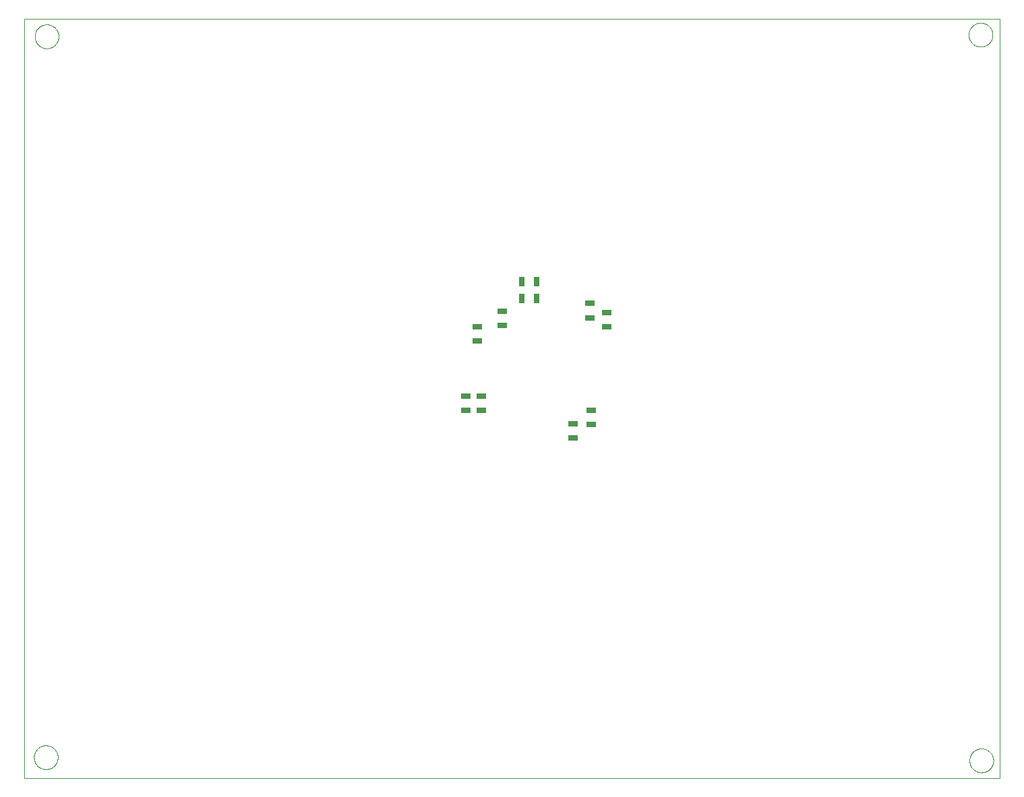
<source format=gbp>
G75*
%MOIN*%
%OFA0B0*%
%FSLAX25Y25*%
%IPPOS*%
%LPD*%
%AMOC8*
5,1,8,0,0,1.08239X$1,22.5*
%
%ADD10C,0.00000*%
%ADD11R,0.04724X0.03150*%
%ADD12R,0.03150X0.04724*%
D10*
X0083333Y0083740D02*
X0083333Y0459331D01*
X0565617Y0459331D01*
X0565617Y0083740D01*
X0083333Y0083740D01*
X0088057Y0093976D02*
X0088059Y0094129D01*
X0088065Y0094283D01*
X0088075Y0094436D01*
X0088089Y0094588D01*
X0088107Y0094741D01*
X0088129Y0094892D01*
X0088154Y0095043D01*
X0088184Y0095194D01*
X0088218Y0095344D01*
X0088255Y0095492D01*
X0088296Y0095640D01*
X0088341Y0095786D01*
X0088390Y0095932D01*
X0088443Y0096076D01*
X0088499Y0096218D01*
X0088559Y0096359D01*
X0088623Y0096499D01*
X0088690Y0096637D01*
X0088761Y0096773D01*
X0088836Y0096907D01*
X0088913Y0097039D01*
X0088995Y0097169D01*
X0089079Y0097297D01*
X0089167Y0097423D01*
X0089258Y0097546D01*
X0089352Y0097667D01*
X0089450Y0097785D01*
X0089550Y0097901D01*
X0089654Y0098014D01*
X0089760Y0098125D01*
X0089869Y0098233D01*
X0089981Y0098338D01*
X0090095Y0098439D01*
X0090213Y0098538D01*
X0090332Y0098634D01*
X0090454Y0098727D01*
X0090579Y0098816D01*
X0090706Y0098903D01*
X0090835Y0098985D01*
X0090966Y0099065D01*
X0091099Y0099141D01*
X0091234Y0099214D01*
X0091371Y0099283D01*
X0091510Y0099348D01*
X0091650Y0099410D01*
X0091792Y0099468D01*
X0091935Y0099523D01*
X0092080Y0099574D01*
X0092226Y0099621D01*
X0092373Y0099664D01*
X0092521Y0099703D01*
X0092670Y0099739D01*
X0092820Y0099770D01*
X0092971Y0099798D01*
X0093122Y0099822D01*
X0093275Y0099842D01*
X0093427Y0099858D01*
X0093580Y0099870D01*
X0093733Y0099878D01*
X0093886Y0099882D01*
X0094040Y0099882D01*
X0094193Y0099878D01*
X0094346Y0099870D01*
X0094499Y0099858D01*
X0094651Y0099842D01*
X0094804Y0099822D01*
X0094955Y0099798D01*
X0095106Y0099770D01*
X0095256Y0099739D01*
X0095405Y0099703D01*
X0095553Y0099664D01*
X0095700Y0099621D01*
X0095846Y0099574D01*
X0095991Y0099523D01*
X0096134Y0099468D01*
X0096276Y0099410D01*
X0096416Y0099348D01*
X0096555Y0099283D01*
X0096692Y0099214D01*
X0096827Y0099141D01*
X0096960Y0099065D01*
X0097091Y0098985D01*
X0097220Y0098903D01*
X0097347Y0098816D01*
X0097472Y0098727D01*
X0097594Y0098634D01*
X0097713Y0098538D01*
X0097831Y0098439D01*
X0097945Y0098338D01*
X0098057Y0098233D01*
X0098166Y0098125D01*
X0098272Y0098014D01*
X0098376Y0097901D01*
X0098476Y0097785D01*
X0098574Y0097667D01*
X0098668Y0097546D01*
X0098759Y0097423D01*
X0098847Y0097297D01*
X0098931Y0097169D01*
X0099013Y0097039D01*
X0099090Y0096907D01*
X0099165Y0096773D01*
X0099236Y0096637D01*
X0099303Y0096499D01*
X0099367Y0096359D01*
X0099427Y0096218D01*
X0099483Y0096076D01*
X0099536Y0095932D01*
X0099585Y0095786D01*
X0099630Y0095640D01*
X0099671Y0095492D01*
X0099708Y0095344D01*
X0099742Y0095194D01*
X0099772Y0095043D01*
X0099797Y0094892D01*
X0099819Y0094741D01*
X0099837Y0094588D01*
X0099851Y0094436D01*
X0099861Y0094283D01*
X0099867Y0094129D01*
X0099869Y0093976D01*
X0099867Y0093823D01*
X0099861Y0093669D01*
X0099851Y0093516D01*
X0099837Y0093364D01*
X0099819Y0093211D01*
X0099797Y0093060D01*
X0099772Y0092909D01*
X0099742Y0092758D01*
X0099708Y0092608D01*
X0099671Y0092460D01*
X0099630Y0092312D01*
X0099585Y0092166D01*
X0099536Y0092020D01*
X0099483Y0091876D01*
X0099427Y0091734D01*
X0099367Y0091593D01*
X0099303Y0091453D01*
X0099236Y0091315D01*
X0099165Y0091179D01*
X0099090Y0091045D01*
X0099013Y0090913D01*
X0098931Y0090783D01*
X0098847Y0090655D01*
X0098759Y0090529D01*
X0098668Y0090406D01*
X0098574Y0090285D01*
X0098476Y0090167D01*
X0098376Y0090051D01*
X0098272Y0089938D01*
X0098166Y0089827D01*
X0098057Y0089719D01*
X0097945Y0089614D01*
X0097831Y0089513D01*
X0097713Y0089414D01*
X0097594Y0089318D01*
X0097472Y0089225D01*
X0097347Y0089136D01*
X0097220Y0089049D01*
X0097091Y0088967D01*
X0096960Y0088887D01*
X0096827Y0088811D01*
X0096692Y0088738D01*
X0096555Y0088669D01*
X0096416Y0088604D01*
X0096276Y0088542D01*
X0096134Y0088484D01*
X0095991Y0088429D01*
X0095846Y0088378D01*
X0095700Y0088331D01*
X0095553Y0088288D01*
X0095405Y0088249D01*
X0095256Y0088213D01*
X0095106Y0088182D01*
X0094955Y0088154D01*
X0094804Y0088130D01*
X0094651Y0088110D01*
X0094499Y0088094D01*
X0094346Y0088082D01*
X0094193Y0088074D01*
X0094040Y0088070D01*
X0093886Y0088070D01*
X0093733Y0088074D01*
X0093580Y0088082D01*
X0093427Y0088094D01*
X0093275Y0088110D01*
X0093122Y0088130D01*
X0092971Y0088154D01*
X0092820Y0088182D01*
X0092670Y0088213D01*
X0092521Y0088249D01*
X0092373Y0088288D01*
X0092226Y0088331D01*
X0092080Y0088378D01*
X0091935Y0088429D01*
X0091792Y0088484D01*
X0091650Y0088542D01*
X0091510Y0088604D01*
X0091371Y0088669D01*
X0091234Y0088738D01*
X0091099Y0088811D01*
X0090966Y0088887D01*
X0090835Y0088967D01*
X0090706Y0089049D01*
X0090579Y0089136D01*
X0090454Y0089225D01*
X0090332Y0089318D01*
X0090213Y0089414D01*
X0090095Y0089513D01*
X0089981Y0089614D01*
X0089869Y0089719D01*
X0089760Y0089827D01*
X0089654Y0089938D01*
X0089550Y0090051D01*
X0089450Y0090167D01*
X0089352Y0090285D01*
X0089258Y0090406D01*
X0089167Y0090529D01*
X0089079Y0090655D01*
X0088995Y0090783D01*
X0088913Y0090913D01*
X0088836Y0091045D01*
X0088761Y0091179D01*
X0088690Y0091315D01*
X0088623Y0091453D01*
X0088559Y0091593D01*
X0088499Y0091734D01*
X0088443Y0091876D01*
X0088390Y0092020D01*
X0088341Y0092166D01*
X0088296Y0092312D01*
X0088255Y0092460D01*
X0088218Y0092608D01*
X0088184Y0092758D01*
X0088154Y0092909D01*
X0088129Y0093060D01*
X0088107Y0093211D01*
X0088089Y0093364D01*
X0088075Y0093516D01*
X0088065Y0093669D01*
X0088059Y0093823D01*
X0088057Y0093976D01*
X0088451Y0450669D02*
X0088453Y0450822D01*
X0088459Y0450976D01*
X0088469Y0451129D01*
X0088483Y0451281D01*
X0088501Y0451434D01*
X0088523Y0451585D01*
X0088548Y0451736D01*
X0088578Y0451887D01*
X0088612Y0452037D01*
X0088649Y0452185D01*
X0088690Y0452333D01*
X0088735Y0452479D01*
X0088784Y0452625D01*
X0088837Y0452769D01*
X0088893Y0452911D01*
X0088953Y0453052D01*
X0089017Y0453192D01*
X0089084Y0453330D01*
X0089155Y0453466D01*
X0089230Y0453600D01*
X0089307Y0453732D01*
X0089389Y0453862D01*
X0089473Y0453990D01*
X0089561Y0454116D01*
X0089652Y0454239D01*
X0089746Y0454360D01*
X0089844Y0454478D01*
X0089944Y0454594D01*
X0090048Y0454707D01*
X0090154Y0454818D01*
X0090263Y0454926D01*
X0090375Y0455031D01*
X0090489Y0455132D01*
X0090607Y0455231D01*
X0090726Y0455327D01*
X0090848Y0455420D01*
X0090973Y0455509D01*
X0091100Y0455596D01*
X0091229Y0455678D01*
X0091360Y0455758D01*
X0091493Y0455834D01*
X0091628Y0455907D01*
X0091765Y0455976D01*
X0091904Y0456041D01*
X0092044Y0456103D01*
X0092186Y0456161D01*
X0092329Y0456216D01*
X0092474Y0456267D01*
X0092620Y0456314D01*
X0092767Y0456357D01*
X0092915Y0456396D01*
X0093064Y0456432D01*
X0093214Y0456463D01*
X0093365Y0456491D01*
X0093516Y0456515D01*
X0093669Y0456535D01*
X0093821Y0456551D01*
X0093974Y0456563D01*
X0094127Y0456571D01*
X0094280Y0456575D01*
X0094434Y0456575D01*
X0094587Y0456571D01*
X0094740Y0456563D01*
X0094893Y0456551D01*
X0095045Y0456535D01*
X0095198Y0456515D01*
X0095349Y0456491D01*
X0095500Y0456463D01*
X0095650Y0456432D01*
X0095799Y0456396D01*
X0095947Y0456357D01*
X0096094Y0456314D01*
X0096240Y0456267D01*
X0096385Y0456216D01*
X0096528Y0456161D01*
X0096670Y0456103D01*
X0096810Y0456041D01*
X0096949Y0455976D01*
X0097086Y0455907D01*
X0097221Y0455834D01*
X0097354Y0455758D01*
X0097485Y0455678D01*
X0097614Y0455596D01*
X0097741Y0455509D01*
X0097866Y0455420D01*
X0097988Y0455327D01*
X0098107Y0455231D01*
X0098225Y0455132D01*
X0098339Y0455031D01*
X0098451Y0454926D01*
X0098560Y0454818D01*
X0098666Y0454707D01*
X0098770Y0454594D01*
X0098870Y0454478D01*
X0098968Y0454360D01*
X0099062Y0454239D01*
X0099153Y0454116D01*
X0099241Y0453990D01*
X0099325Y0453862D01*
X0099407Y0453732D01*
X0099484Y0453600D01*
X0099559Y0453466D01*
X0099630Y0453330D01*
X0099697Y0453192D01*
X0099761Y0453052D01*
X0099821Y0452911D01*
X0099877Y0452769D01*
X0099930Y0452625D01*
X0099979Y0452479D01*
X0100024Y0452333D01*
X0100065Y0452185D01*
X0100102Y0452037D01*
X0100136Y0451887D01*
X0100166Y0451736D01*
X0100191Y0451585D01*
X0100213Y0451434D01*
X0100231Y0451281D01*
X0100245Y0451129D01*
X0100255Y0450976D01*
X0100261Y0450822D01*
X0100263Y0450669D01*
X0100261Y0450516D01*
X0100255Y0450362D01*
X0100245Y0450209D01*
X0100231Y0450057D01*
X0100213Y0449904D01*
X0100191Y0449753D01*
X0100166Y0449602D01*
X0100136Y0449451D01*
X0100102Y0449301D01*
X0100065Y0449153D01*
X0100024Y0449005D01*
X0099979Y0448859D01*
X0099930Y0448713D01*
X0099877Y0448569D01*
X0099821Y0448427D01*
X0099761Y0448286D01*
X0099697Y0448146D01*
X0099630Y0448008D01*
X0099559Y0447872D01*
X0099484Y0447738D01*
X0099407Y0447606D01*
X0099325Y0447476D01*
X0099241Y0447348D01*
X0099153Y0447222D01*
X0099062Y0447099D01*
X0098968Y0446978D01*
X0098870Y0446860D01*
X0098770Y0446744D01*
X0098666Y0446631D01*
X0098560Y0446520D01*
X0098451Y0446412D01*
X0098339Y0446307D01*
X0098225Y0446206D01*
X0098107Y0446107D01*
X0097988Y0446011D01*
X0097866Y0445918D01*
X0097741Y0445829D01*
X0097614Y0445742D01*
X0097485Y0445660D01*
X0097354Y0445580D01*
X0097221Y0445504D01*
X0097086Y0445431D01*
X0096949Y0445362D01*
X0096810Y0445297D01*
X0096670Y0445235D01*
X0096528Y0445177D01*
X0096385Y0445122D01*
X0096240Y0445071D01*
X0096094Y0445024D01*
X0095947Y0444981D01*
X0095799Y0444942D01*
X0095650Y0444906D01*
X0095500Y0444875D01*
X0095349Y0444847D01*
X0095198Y0444823D01*
X0095045Y0444803D01*
X0094893Y0444787D01*
X0094740Y0444775D01*
X0094587Y0444767D01*
X0094434Y0444763D01*
X0094280Y0444763D01*
X0094127Y0444767D01*
X0093974Y0444775D01*
X0093821Y0444787D01*
X0093669Y0444803D01*
X0093516Y0444823D01*
X0093365Y0444847D01*
X0093214Y0444875D01*
X0093064Y0444906D01*
X0092915Y0444942D01*
X0092767Y0444981D01*
X0092620Y0445024D01*
X0092474Y0445071D01*
X0092329Y0445122D01*
X0092186Y0445177D01*
X0092044Y0445235D01*
X0091904Y0445297D01*
X0091765Y0445362D01*
X0091628Y0445431D01*
X0091493Y0445504D01*
X0091360Y0445580D01*
X0091229Y0445660D01*
X0091100Y0445742D01*
X0090973Y0445829D01*
X0090848Y0445918D01*
X0090726Y0446011D01*
X0090607Y0446107D01*
X0090489Y0446206D01*
X0090375Y0446307D01*
X0090263Y0446412D01*
X0090154Y0446520D01*
X0090048Y0446631D01*
X0089944Y0446744D01*
X0089844Y0446860D01*
X0089746Y0446978D01*
X0089652Y0447099D01*
X0089561Y0447222D01*
X0089473Y0447348D01*
X0089389Y0447476D01*
X0089307Y0447606D01*
X0089230Y0447738D01*
X0089155Y0447872D01*
X0089084Y0448008D01*
X0089017Y0448146D01*
X0088953Y0448286D01*
X0088893Y0448427D01*
X0088837Y0448569D01*
X0088784Y0448713D01*
X0088735Y0448859D01*
X0088690Y0449005D01*
X0088649Y0449153D01*
X0088612Y0449301D01*
X0088578Y0449451D01*
X0088548Y0449602D01*
X0088523Y0449753D01*
X0088501Y0449904D01*
X0088483Y0450057D01*
X0088469Y0450209D01*
X0088459Y0450362D01*
X0088453Y0450516D01*
X0088451Y0450669D01*
X0550262Y0451457D02*
X0550264Y0451610D01*
X0550270Y0451764D01*
X0550280Y0451917D01*
X0550294Y0452069D01*
X0550312Y0452222D01*
X0550334Y0452373D01*
X0550359Y0452524D01*
X0550389Y0452675D01*
X0550423Y0452825D01*
X0550460Y0452973D01*
X0550501Y0453121D01*
X0550546Y0453267D01*
X0550595Y0453413D01*
X0550648Y0453557D01*
X0550704Y0453699D01*
X0550764Y0453840D01*
X0550828Y0453980D01*
X0550895Y0454118D01*
X0550966Y0454254D01*
X0551041Y0454388D01*
X0551118Y0454520D01*
X0551200Y0454650D01*
X0551284Y0454778D01*
X0551372Y0454904D01*
X0551463Y0455027D01*
X0551557Y0455148D01*
X0551655Y0455266D01*
X0551755Y0455382D01*
X0551859Y0455495D01*
X0551965Y0455606D01*
X0552074Y0455714D01*
X0552186Y0455819D01*
X0552300Y0455920D01*
X0552418Y0456019D01*
X0552537Y0456115D01*
X0552659Y0456208D01*
X0552784Y0456297D01*
X0552911Y0456384D01*
X0553040Y0456466D01*
X0553171Y0456546D01*
X0553304Y0456622D01*
X0553439Y0456695D01*
X0553576Y0456764D01*
X0553715Y0456829D01*
X0553855Y0456891D01*
X0553997Y0456949D01*
X0554140Y0457004D01*
X0554285Y0457055D01*
X0554431Y0457102D01*
X0554578Y0457145D01*
X0554726Y0457184D01*
X0554875Y0457220D01*
X0555025Y0457251D01*
X0555176Y0457279D01*
X0555327Y0457303D01*
X0555480Y0457323D01*
X0555632Y0457339D01*
X0555785Y0457351D01*
X0555938Y0457359D01*
X0556091Y0457363D01*
X0556245Y0457363D01*
X0556398Y0457359D01*
X0556551Y0457351D01*
X0556704Y0457339D01*
X0556856Y0457323D01*
X0557009Y0457303D01*
X0557160Y0457279D01*
X0557311Y0457251D01*
X0557461Y0457220D01*
X0557610Y0457184D01*
X0557758Y0457145D01*
X0557905Y0457102D01*
X0558051Y0457055D01*
X0558196Y0457004D01*
X0558339Y0456949D01*
X0558481Y0456891D01*
X0558621Y0456829D01*
X0558760Y0456764D01*
X0558897Y0456695D01*
X0559032Y0456622D01*
X0559165Y0456546D01*
X0559296Y0456466D01*
X0559425Y0456384D01*
X0559552Y0456297D01*
X0559677Y0456208D01*
X0559799Y0456115D01*
X0559918Y0456019D01*
X0560036Y0455920D01*
X0560150Y0455819D01*
X0560262Y0455714D01*
X0560371Y0455606D01*
X0560477Y0455495D01*
X0560581Y0455382D01*
X0560681Y0455266D01*
X0560779Y0455148D01*
X0560873Y0455027D01*
X0560964Y0454904D01*
X0561052Y0454778D01*
X0561136Y0454650D01*
X0561218Y0454520D01*
X0561295Y0454388D01*
X0561370Y0454254D01*
X0561441Y0454118D01*
X0561508Y0453980D01*
X0561572Y0453840D01*
X0561632Y0453699D01*
X0561688Y0453557D01*
X0561741Y0453413D01*
X0561790Y0453267D01*
X0561835Y0453121D01*
X0561876Y0452973D01*
X0561913Y0452825D01*
X0561947Y0452675D01*
X0561977Y0452524D01*
X0562002Y0452373D01*
X0562024Y0452222D01*
X0562042Y0452069D01*
X0562056Y0451917D01*
X0562066Y0451764D01*
X0562072Y0451610D01*
X0562074Y0451457D01*
X0562072Y0451304D01*
X0562066Y0451150D01*
X0562056Y0450997D01*
X0562042Y0450845D01*
X0562024Y0450692D01*
X0562002Y0450541D01*
X0561977Y0450390D01*
X0561947Y0450239D01*
X0561913Y0450089D01*
X0561876Y0449941D01*
X0561835Y0449793D01*
X0561790Y0449647D01*
X0561741Y0449501D01*
X0561688Y0449357D01*
X0561632Y0449215D01*
X0561572Y0449074D01*
X0561508Y0448934D01*
X0561441Y0448796D01*
X0561370Y0448660D01*
X0561295Y0448526D01*
X0561218Y0448394D01*
X0561136Y0448264D01*
X0561052Y0448136D01*
X0560964Y0448010D01*
X0560873Y0447887D01*
X0560779Y0447766D01*
X0560681Y0447648D01*
X0560581Y0447532D01*
X0560477Y0447419D01*
X0560371Y0447308D01*
X0560262Y0447200D01*
X0560150Y0447095D01*
X0560036Y0446994D01*
X0559918Y0446895D01*
X0559799Y0446799D01*
X0559677Y0446706D01*
X0559552Y0446617D01*
X0559425Y0446530D01*
X0559296Y0446448D01*
X0559165Y0446368D01*
X0559032Y0446292D01*
X0558897Y0446219D01*
X0558760Y0446150D01*
X0558621Y0446085D01*
X0558481Y0446023D01*
X0558339Y0445965D01*
X0558196Y0445910D01*
X0558051Y0445859D01*
X0557905Y0445812D01*
X0557758Y0445769D01*
X0557610Y0445730D01*
X0557461Y0445694D01*
X0557311Y0445663D01*
X0557160Y0445635D01*
X0557009Y0445611D01*
X0556856Y0445591D01*
X0556704Y0445575D01*
X0556551Y0445563D01*
X0556398Y0445555D01*
X0556245Y0445551D01*
X0556091Y0445551D01*
X0555938Y0445555D01*
X0555785Y0445563D01*
X0555632Y0445575D01*
X0555480Y0445591D01*
X0555327Y0445611D01*
X0555176Y0445635D01*
X0555025Y0445663D01*
X0554875Y0445694D01*
X0554726Y0445730D01*
X0554578Y0445769D01*
X0554431Y0445812D01*
X0554285Y0445859D01*
X0554140Y0445910D01*
X0553997Y0445965D01*
X0553855Y0446023D01*
X0553715Y0446085D01*
X0553576Y0446150D01*
X0553439Y0446219D01*
X0553304Y0446292D01*
X0553171Y0446368D01*
X0553040Y0446448D01*
X0552911Y0446530D01*
X0552784Y0446617D01*
X0552659Y0446706D01*
X0552537Y0446799D01*
X0552418Y0446895D01*
X0552300Y0446994D01*
X0552186Y0447095D01*
X0552074Y0447200D01*
X0551965Y0447308D01*
X0551859Y0447419D01*
X0551755Y0447532D01*
X0551655Y0447648D01*
X0551557Y0447766D01*
X0551463Y0447887D01*
X0551372Y0448010D01*
X0551284Y0448136D01*
X0551200Y0448264D01*
X0551118Y0448394D01*
X0551041Y0448526D01*
X0550966Y0448660D01*
X0550895Y0448796D01*
X0550828Y0448934D01*
X0550764Y0449074D01*
X0550704Y0449215D01*
X0550648Y0449357D01*
X0550595Y0449501D01*
X0550546Y0449647D01*
X0550501Y0449793D01*
X0550460Y0449941D01*
X0550423Y0450089D01*
X0550389Y0450239D01*
X0550359Y0450390D01*
X0550334Y0450541D01*
X0550312Y0450692D01*
X0550294Y0450845D01*
X0550280Y0450997D01*
X0550270Y0451150D01*
X0550264Y0451304D01*
X0550262Y0451457D01*
X0550656Y0092402D02*
X0550658Y0092555D01*
X0550664Y0092709D01*
X0550674Y0092862D01*
X0550688Y0093014D01*
X0550706Y0093167D01*
X0550728Y0093318D01*
X0550753Y0093469D01*
X0550783Y0093620D01*
X0550817Y0093770D01*
X0550854Y0093918D01*
X0550895Y0094066D01*
X0550940Y0094212D01*
X0550989Y0094358D01*
X0551042Y0094502D01*
X0551098Y0094644D01*
X0551158Y0094785D01*
X0551222Y0094925D01*
X0551289Y0095063D01*
X0551360Y0095199D01*
X0551435Y0095333D01*
X0551512Y0095465D01*
X0551594Y0095595D01*
X0551678Y0095723D01*
X0551766Y0095849D01*
X0551857Y0095972D01*
X0551951Y0096093D01*
X0552049Y0096211D01*
X0552149Y0096327D01*
X0552253Y0096440D01*
X0552359Y0096551D01*
X0552468Y0096659D01*
X0552580Y0096764D01*
X0552694Y0096865D01*
X0552812Y0096964D01*
X0552931Y0097060D01*
X0553053Y0097153D01*
X0553178Y0097242D01*
X0553305Y0097329D01*
X0553434Y0097411D01*
X0553565Y0097491D01*
X0553698Y0097567D01*
X0553833Y0097640D01*
X0553970Y0097709D01*
X0554109Y0097774D01*
X0554249Y0097836D01*
X0554391Y0097894D01*
X0554534Y0097949D01*
X0554679Y0098000D01*
X0554825Y0098047D01*
X0554972Y0098090D01*
X0555120Y0098129D01*
X0555269Y0098165D01*
X0555419Y0098196D01*
X0555570Y0098224D01*
X0555721Y0098248D01*
X0555874Y0098268D01*
X0556026Y0098284D01*
X0556179Y0098296D01*
X0556332Y0098304D01*
X0556485Y0098308D01*
X0556639Y0098308D01*
X0556792Y0098304D01*
X0556945Y0098296D01*
X0557098Y0098284D01*
X0557250Y0098268D01*
X0557403Y0098248D01*
X0557554Y0098224D01*
X0557705Y0098196D01*
X0557855Y0098165D01*
X0558004Y0098129D01*
X0558152Y0098090D01*
X0558299Y0098047D01*
X0558445Y0098000D01*
X0558590Y0097949D01*
X0558733Y0097894D01*
X0558875Y0097836D01*
X0559015Y0097774D01*
X0559154Y0097709D01*
X0559291Y0097640D01*
X0559426Y0097567D01*
X0559559Y0097491D01*
X0559690Y0097411D01*
X0559819Y0097329D01*
X0559946Y0097242D01*
X0560071Y0097153D01*
X0560193Y0097060D01*
X0560312Y0096964D01*
X0560430Y0096865D01*
X0560544Y0096764D01*
X0560656Y0096659D01*
X0560765Y0096551D01*
X0560871Y0096440D01*
X0560975Y0096327D01*
X0561075Y0096211D01*
X0561173Y0096093D01*
X0561267Y0095972D01*
X0561358Y0095849D01*
X0561446Y0095723D01*
X0561530Y0095595D01*
X0561612Y0095465D01*
X0561689Y0095333D01*
X0561764Y0095199D01*
X0561835Y0095063D01*
X0561902Y0094925D01*
X0561966Y0094785D01*
X0562026Y0094644D01*
X0562082Y0094502D01*
X0562135Y0094358D01*
X0562184Y0094212D01*
X0562229Y0094066D01*
X0562270Y0093918D01*
X0562307Y0093770D01*
X0562341Y0093620D01*
X0562371Y0093469D01*
X0562396Y0093318D01*
X0562418Y0093167D01*
X0562436Y0093014D01*
X0562450Y0092862D01*
X0562460Y0092709D01*
X0562466Y0092555D01*
X0562468Y0092402D01*
X0562466Y0092249D01*
X0562460Y0092095D01*
X0562450Y0091942D01*
X0562436Y0091790D01*
X0562418Y0091637D01*
X0562396Y0091486D01*
X0562371Y0091335D01*
X0562341Y0091184D01*
X0562307Y0091034D01*
X0562270Y0090886D01*
X0562229Y0090738D01*
X0562184Y0090592D01*
X0562135Y0090446D01*
X0562082Y0090302D01*
X0562026Y0090160D01*
X0561966Y0090019D01*
X0561902Y0089879D01*
X0561835Y0089741D01*
X0561764Y0089605D01*
X0561689Y0089471D01*
X0561612Y0089339D01*
X0561530Y0089209D01*
X0561446Y0089081D01*
X0561358Y0088955D01*
X0561267Y0088832D01*
X0561173Y0088711D01*
X0561075Y0088593D01*
X0560975Y0088477D01*
X0560871Y0088364D01*
X0560765Y0088253D01*
X0560656Y0088145D01*
X0560544Y0088040D01*
X0560430Y0087939D01*
X0560312Y0087840D01*
X0560193Y0087744D01*
X0560071Y0087651D01*
X0559946Y0087562D01*
X0559819Y0087475D01*
X0559690Y0087393D01*
X0559559Y0087313D01*
X0559426Y0087237D01*
X0559291Y0087164D01*
X0559154Y0087095D01*
X0559015Y0087030D01*
X0558875Y0086968D01*
X0558733Y0086910D01*
X0558590Y0086855D01*
X0558445Y0086804D01*
X0558299Y0086757D01*
X0558152Y0086714D01*
X0558004Y0086675D01*
X0557855Y0086639D01*
X0557705Y0086608D01*
X0557554Y0086580D01*
X0557403Y0086556D01*
X0557250Y0086536D01*
X0557098Y0086520D01*
X0556945Y0086508D01*
X0556792Y0086500D01*
X0556639Y0086496D01*
X0556485Y0086496D01*
X0556332Y0086500D01*
X0556179Y0086508D01*
X0556026Y0086520D01*
X0555874Y0086536D01*
X0555721Y0086556D01*
X0555570Y0086580D01*
X0555419Y0086608D01*
X0555269Y0086639D01*
X0555120Y0086675D01*
X0554972Y0086714D01*
X0554825Y0086757D01*
X0554679Y0086804D01*
X0554534Y0086855D01*
X0554391Y0086910D01*
X0554249Y0086968D01*
X0554109Y0087030D01*
X0553970Y0087095D01*
X0553833Y0087164D01*
X0553698Y0087237D01*
X0553565Y0087313D01*
X0553434Y0087393D01*
X0553305Y0087475D01*
X0553178Y0087562D01*
X0553053Y0087651D01*
X0552931Y0087744D01*
X0552812Y0087840D01*
X0552694Y0087939D01*
X0552580Y0088040D01*
X0552468Y0088145D01*
X0552359Y0088253D01*
X0552253Y0088364D01*
X0552149Y0088477D01*
X0552049Y0088593D01*
X0551951Y0088711D01*
X0551857Y0088832D01*
X0551766Y0088955D01*
X0551678Y0089081D01*
X0551594Y0089209D01*
X0551512Y0089339D01*
X0551435Y0089471D01*
X0551360Y0089605D01*
X0551289Y0089741D01*
X0551222Y0089879D01*
X0551158Y0090019D01*
X0551098Y0090160D01*
X0551042Y0090302D01*
X0550989Y0090446D01*
X0550940Y0090592D01*
X0550895Y0090738D01*
X0550854Y0090886D01*
X0550817Y0091034D01*
X0550783Y0091184D01*
X0550753Y0091335D01*
X0550728Y0091486D01*
X0550706Y0091637D01*
X0550688Y0091790D01*
X0550674Y0091942D01*
X0550664Y0092095D01*
X0550658Y0092249D01*
X0550656Y0092402D01*
D11*
X0354593Y0251850D03*
X0354593Y0258937D03*
X0363451Y0258740D03*
X0363451Y0265827D03*
X0371325Y0306969D03*
X0371325Y0314055D03*
X0363058Y0311496D03*
X0363058Y0318583D03*
X0319554Y0314843D03*
X0319554Y0307756D03*
X0307349Y0307165D03*
X0307349Y0300079D03*
X0309318Y0272717D03*
X0309318Y0265630D03*
X0301444Y0265630D03*
X0301444Y0272717D03*
D12*
X0329396Y0321142D03*
X0329396Y0329213D03*
X0336483Y0329213D03*
X0336483Y0321142D03*
M02*

</source>
